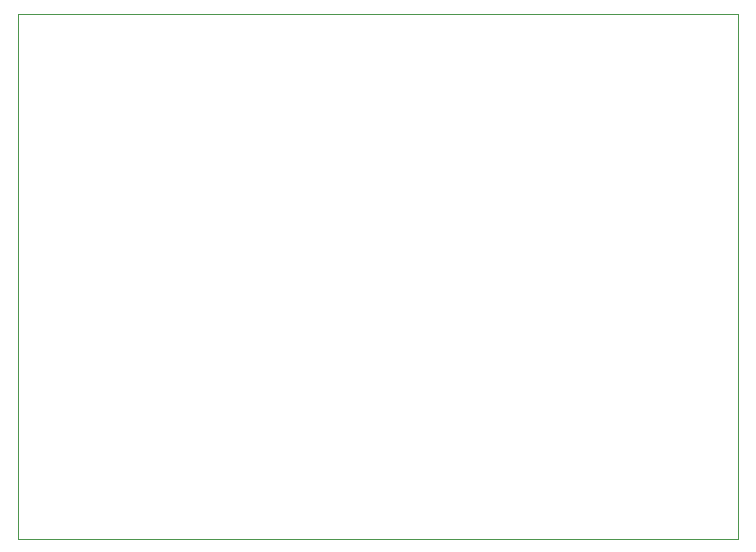
<source format=gbr>
G04 #@! TF.GenerationSoftware,KiCad,Pcbnew,(5.1.5)-3*
G04 #@! TF.CreationDate,2020-05-20T23:31:55+02:00*
G04 #@! TF.ProjectId,Carte_Phare,43617274-655f-4506-9861-72652e6b6963,rev?*
G04 #@! TF.SameCoordinates,Original*
G04 #@! TF.FileFunction,Profile,NP*
%FSLAX46Y46*%
G04 Gerber Fmt 4.6, Leading zero omitted, Abs format (unit mm)*
G04 Created by KiCad (PCBNEW (5.1.5)-3) date 2020-05-20 23:31:55*
%MOMM*%
%LPD*%
G04 APERTURE LIST*
%ADD10C,0.050000*%
G04 APERTURE END LIST*
D10*
X129540000Y-43180000D02*
X127000000Y-43180000D01*
X129540000Y-87630000D02*
X129540000Y-43180000D01*
X68580000Y-87630000D02*
X129540000Y-87630000D01*
X68580000Y-86360000D02*
X68580000Y-87630000D01*
X68580000Y-43180000D02*
X127000000Y-43180000D01*
X68580000Y-86360000D02*
X68580000Y-43180000D01*
M02*

</source>
